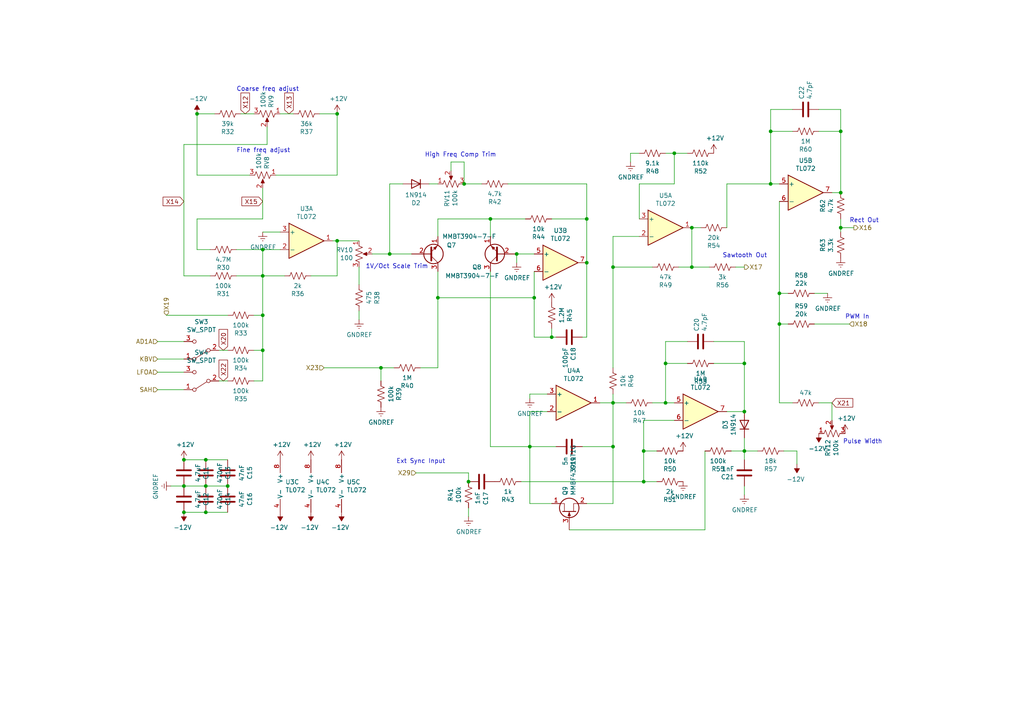
<source format=kicad_sch>
(kicad_sch (version 20230121) (generator eeschema)
  (paper "A4")
  (lib_symbols
    (symbol "Amplifier_Operational:TL072" (pin_names (offset 0.127))
      (property "Reference" "U" (at 0 5.08 0))
      (property "Value" "TL072" (at 0 -5.08 0))
      (symbol "TL072_1_1"
        (polyline (pts (xy -5.08 5.08) (xy 5.08 0) (xy -5.08 -5.08) (xy -5.08 5.08)) (stroke (width 0.254)) (fill (type background)))
        (pin output line (at 7.62 0 180) (length 2.54) (name "~") (number "1"))
        (pin input line (at -7.62 -2.54 0) (length 2.54) (name "-") (number "2"))
        (pin input line (at -7.62 2.54 0) (length 2.54) (name "+") (number "3"))
      )
      (symbol "TL072_2_1"
        (polyline (pts (xy -5.08 5.08) (xy 5.08 0) (xy -5.08 -5.08) (xy -5.08 5.08)) (stroke (width 0.254)) (fill (type background)))
        (pin input line (at -7.62 2.54 0) (length 2.54) (name "+") (number "5"))
        (pin input line (at -7.62 -2.54 0) (length 2.54) (name "-") (number "6"))
        (pin output line (at 7.62 0 180) (length 2.54) (name "~") (number "7"))
      )
      (symbol "TL072_3_1"
        (pin power_in line (at -2.54 -7.62 90) (length 3.81) (name "V-") (number "4"))
        (pin power_in line (at -2.54 7.62 270) (length 3.81) (name "V+") (number "8"))
      )
    )
    (symbol "Device:C" (pin_numbers hide) (pin_names (offset 0.254))
      (property "Reference" "C" (at 0.635 2.54 0))
      (property "Value" "C" (at 0.635 -2.54 0))
      (symbol "C_0_1"
        (polyline (pts (xy -2.032 -0.762) (xy 2.032 -0.762)) (stroke (width 0.508)))
        (polyline (pts (xy -2.032 0.762) (xy 2.032 0.762)) (stroke (width 0.508)))
      )
      (symbol "C_1_1"
        (pin passive line (at 0 3.81 270) (length 2.794) (name "~") (number "1"))
        (pin passive line (at 0 -3.81 90) (length 2.794) (name "~") (number "2"))
      )
    )
    (symbol "Device:Q_NJFET_DSG" (pin_names (offset 0) hide)
      (property "Reference" "Q" (at 5.08 1.27 0))
      (property "Value" "Q_NJFET_DSG" (at 5.08 -1.27 0))
      (symbol "Q_NJFET_DSG_0_1"
        (polyline (pts (xy 0.254 1.905) (xy 0.254 -1.905) (xy 0.254 -1.905)) (stroke (width 0.254)))
        (polyline (pts (xy 2.54 -2.54) (xy 2.54 -1.27) (xy 0.254 -1.27)))
        (polyline (pts (xy 2.54 2.54) (xy 2.54 1.397) (xy 0.254 1.397)))
        (polyline (pts (xy 0 0) (xy -1.016 0.381) (xy -1.016 -0.381) (xy 0 0)) (fill (type outline)))
        (circle (center 1.27 0) (radius 2.8194) (stroke (width 0.254)))
      )
      (symbol "Q_NJFET_DSG_1_1"
        (pin passive line (at 2.54 5.08 270) (length 2.54) (name "D") (number "1"))
        (pin passive line (at 2.54 -5.08 90) (length 2.54) (name "S") (number "2"))
        (pin input line (at -5.08 0 0) (length 5.334) (name "G") (number "3"))
      )
    )
    (symbol "Device:R_US" (pin_numbers hide) (pin_names (offset 0))
      (property "Reference" "R" (at 2.54 0 90))
      (property "Value" "R_US" (at -2.54 0 90))
      (symbol "R_US_0_1"
        (polyline (pts (xy 0 -2.286) (xy 0 -2.54)))
        (polyline (pts (xy 0 2.286) (xy 0 2.54)))
        (polyline (pts (xy 0 -0.762) (xy 1.016 -1.143) (xy 0 -1.524) (xy -1.016 -1.905) (xy 0 -2.286)))
        (polyline (pts (xy 0 0.762) (xy 1.016 0.381) (xy 0 0) (xy -1.016 -0.381) (xy 0 -0.762)))
        (polyline (pts (xy 0 2.286) (xy 1.016 1.905) (xy 0 1.524) (xy -1.016 1.143) (xy 0 0.762)))
      )
      (symbol "R_US_1_1"
        (pin passive line (at 0 3.81 270) (length 1.27) (name "~") (number "1"))
        (pin passive line (at 0 -3.81 90) (length 1.27) (name "~") (number "2"))
      )
    )
    (symbol "Diode:1N914" (pin_numbers hide) (pin_names hide)
      (property "Reference" "D" (at 0 2.54 0))
      (property "Value" "1N914" (at 0 -2.54 0))
      (symbol "1N914_0_1"
        (polyline (pts (xy -1.27 1.27) (xy -1.27 -1.27)) (stroke (width 0.254)))
        (polyline (pts (xy 1.27 0) (xy -1.27 0)))
        (polyline (pts (xy 1.27 1.27) (xy 1.27 -1.27) (xy -1.27 0) (xy 1.27 1.27)) (stroke (width 0.254)))
      )
      (symbol "1N914_1_1"
        (pin passive line (at -3.81 0 0) (length 2.54) (name "K") (number "1"))
        (pin passive line (at 3.81 0 180) (length 2.54) (name "A") (number "2"))
      )
    )
    (symbol "Switch:SW_SPDT" (pin_names (offset 0) hide)
      (property "Reference" "SW" (at 0 4.318 0))
      (property "Value" "SW_SPDT" (at 0 -5.08 0))
      (symbol "SW_SPDT_0_0"
        (circle (center -2.032 0) (radius 0.508))
        (circle (center 2.032 -2.54) (radius 0.508))
      )
      (symbol "SW_SPDT_0_1"
        (polyline (pts (xy -1.524 0.254) (xy 1.651 2.286)))
        (circle (center 2.032 2.54) (radius 0.508))
      )
      (symbol "SW_SPDT_1_1"
        (pin passive line (at 5.08 2.54 180) (length 2.54) (name "A") (number "1"))
        (pin passive line (at -5.08 0 0) (length 2.54) (name "B") (number "2"))
        (pin passive line (at 5.08 -2.54 180) (length 2.54) (name "C") (number "3"))
      )
    )
    (symbol "SynthProj-rescue:R_POT_US-Device" (pin_names (offset 1.016) hide)
      (property "Reference" "RV" (at -4.445 0 90))
      (property "Value" "Device_R_POT_US" (at -2.54 0 90))
      (symbol "R_POT_US-Device_0_1"
        (polyline (pts (xy 0 -2.286) (xy 0 -2.54)))
        (polyline (pts (xy 0 2.54) (xy 0 2.286)))
        (polyline (pts (xy 2.54 0) (xy 1.524 0)))
        (polyline (pts (xy 1.143 0) (xy 2.286 0.508) (xy 2.286 -0.508) (xy 1.143 0)) (fill (type outline)))
        (polyline (pts (xy 0 -0.762) (xy 1.016 -1.143) (xy 0 -1.524) (xy -1.016 -1.905) (xy 0 -2.286)))
        (polyline (pts (xy 0 0.762) (xy 1.016 0.381) (xy 0 0) (xy -1.016 -0.381) (xy 0 -0.762)))
        (polyline (pts (xy 0 2.286) (xy 1.016 1.905) (xy 0 1.524) (xy -1.016 1.143) (xy 0 0.762)))
      )
      (symbol "R_POT_US-Device_1_1"
        (pin passive line (at 0 3.81 270) (length 1.27) (name "1") (number "1"))
        (pin passive line (at 3.81 0 180) (length 1.27) (name "2") (number "2"))
        (pin passive line (at 0 -3.81 90) (length 1.27) (name "3") (number "3"))
      )
    )
    (symbol "Transistor_BJT:2N3904" (pin_names (offset 0) hide)
      (property "Reference" "Q" (at 5.08 1.905 0))
      (property "Value" "2N3904" (at 5.08 0 0))
      (symbol "2N3904_0_1"
        (polyline (pts (xy 0.635 0.635) (xy 2.54 2.54)))
        (polyline (pts (xy 0.635 -0.635) (xy 2.54 -2.54) (xy 2.54 -2.54)))
        (polyline (pts (xy 0.635 1.905) (xy 0.635 -1.905) (xy 0.635 -1.905)) (stroke (width 0.508)))
        (polyline (pts (xy 1.27 -1.778) (xy 1.778 -1.27) (xy 2.286 -2.286) (xy 1.27 -1.778) (xy 1.27 -1.778)) (fill (type outline)))
        (circle (center 1.27 0) (radius 2.8194) (stroke (width 0.254)))
      )
      (symbol "2N3904_1_1"
        (pin passive line (at 2.54 -5.08 90) (length 2.54) (name "E") (number "1"))
        (pin passive line (at -5.08 0 0) (length 5.715) (name "B") (number "2"))
        (pin passive line (at 2.54 5.08 270) (length 2.54) (name "C") (number "3"))
      )
    )
    (symbol "power:+12V" (power) (pin_names (offset 0))
      (property "Value" "+12V" (at 0 3.556 0))
      (symbol "+12V_0_1"
        (polyline (pts (xy -0.762 1.27) (xy 0 2.54)))
        (polyline (pts (xy 0 0) (xy 0 2.54)))
        (polyline (pts (xy 0 2.54) (xy 0.762 1.27)))
      )
      (symbol "+12V_1_1"
        (pin power_in line (at 0 0 90) (length 0) hide (name "+12V") (number "1"))
      )
    )
    (symbol "power:-12V" (power) (pin_names (offset 0))
      (property "Value" "-12V" (at 0 3.81 0))
      (symbol "-12V_0_0"
        (pin power_in line (at 0 0 90) (length 0) hide (name "-12V") (number "1"))
      )
      (symbol "-12V_0_1"
        (polyline (pts (xy 0 0) (xy 0 1.27) (xy 0.762 1.27) (xy 0 2.54) (xy -0.762 1.27) (xy 0 1.27)) (fill (type outline)))
      )
    )
    (symbol "power:GNDREF" (power) (pin_names (offset 0))
      (property "Value" "GNDREF" (at 0 -3.81 0))
      (symbol "GNDREF_0_1"
        (polyline (pts (xy -0.635 -1.905) (xy 0.635 -1.905)))
        (polyline (pts (xy -0.127 -2.54) (xy 0.127 -2.54)))
        (polyline (pts (xy 0 -1.27) (xy 0 0)))
        (polyline (pts (xy 1.27 -1.27) (xy -1.27 -1.27)))
      )
      (symbol "GNDREF_1_1"
        (pin power_in line (at 0 0 270) (length 0) hide (name "GNDREF") (number "1"))
      )
    )
  )
  (junction (at 243.84 66.04))
  (junction (at 160.02 97.79))
  (junction (at 53.34 133.35))
  (junction (at 170.18 63.5))
  (junction (at 53.34 148.59))
  (junction (at 57.15 33.02))
  (junction (at 215.9 105.41))
  (junction (at 97.79 33.02))
  (junction (at 243.84 38.1))
  (junction (at 243.84 55.88))
  (junction (at 170.18 76.2))
  (junction (at 193.04 116.84))
  (junction (at 97.79 69.85))
  (junction (at 134.62 53.34))
  (junction (at 215.9 130.81))
  (junction (at 186.69 139.7))
  (junction (at 154.94 86.36))
  (junction (at 195.58 44.45))
  (junction (at 110.49 106.68))
  (junction (at 76.2 72.39))
  (junction (at 223.52 53.34))
  (junction (at 215.9 119.38))
  (junction (at 186.69 130.81))
  (junction (at 149.86 73.66))
  (junction (at 135.89 139.7))
  (junction (at 59.69 140.97))
  (junction (at 153.67 129.54))
  (junction (at 193.04 105.41))
  (junction (at 177.8 129.54))
  (junction (at 76.2 101.6))
  (junction (at 200.66 77.47))
  (junction (at 76.2 80.01))
  (junction (at 226.06 93.98))
  (junction (at 226.06 85.09))
  (junction (at 177.8 116.84))
  (junction (at 142.24 63.5))
  (junction (at 66.04 140.97))
  (junction (at 127 86.36))
  (junction (at 200.66 66.04))
  (junction (at 223.52 38.1))
  (junction (at 177.8 77.47))
  (junction (at 59.69 133.35))
  (junction (at 53.34 140.97))
  (junction (at 59.69 148.59))
  (junction (at 76.2 91.44))
  (junction (at 113.03 73.66))
  (wire (pts (xy 237.49 38.1) (xy 243.84 38.1)))
  (wire (pts (xy 149.86 73.66) (xy 154.94 73.66)))
  (wire (pts (xy 219.71 130.81) (xy 215.9 130.81)))
  (wire (pts (xy 173.99 116.84) (xy 177.8 116.84)))
  (wire (pts (xy 142.24 63.5) (xy 142.24 68.58)))
  (wire (pts (xy 80.01 50.8) (xy 97.79 50.8)))
  (wire (pts (xy 59.69 148.59) (xy 66.04 148.59)))
  (wire (pts (xy 186.69 130.81) (xy 186.69 139.7)))
  (wire (pts (xy 193.04 116.84) (xy 189.23 116.84)))
  (wire (pts (xy 215.9 133.35) (xy 215.9 130.81)))
  (wire (pts (xy 186.69 139.7) (xy 151.13 139.7)))
  (wire (pts (xy 210.82 119.38) (xy 215.9 119.38)))
  (wire (pts (xy 110.49 106.68) (xy 114.3 106.68)))
  (wire (pts (xy 76.2 67.31) (xy 81.28 67.31)))
  (wire (pts (xy 113.03 73.66) (xy 119.38 73.66)))
  (wire (pts (xy 229.87 38.1) (xy 223.52 38.1)))
  (wire (pts (xy 237.49 31.75) (xy 243.84 31.75)))
  (wire (pts (xy 53.34 113.03) (xy 45.72 113.03)))
  (wire (pts (xy 185.42 53.34) (xy 185.42 63.5)))
  (wire (pts (xy 76.2 72.39) (xy 81.28 72.39)))
  (wire (pts (xy 195.58 121.92) (xy 186.69 121.92)))
  (wire (pts (xy 53.34 104.14) (xy 45.72 104.14)))
  (wire (pts (xy 241.3 116.84) (xy 237.49 116.84)))
  (wire (pts (xy 73.66 101.6) (xy 76.2 101.6)))
  (wire (pts (xy 130.81 49.53) (xy 130.81 46.99)))
  (wire (pts (xy 97.79 50.8) (xy 97.79 33.02)))
  (wire (pts (xy 97.79 69.85) (xy 104.14 69.85)))
  (wire (pts (xy 97.79 69.85) (xy 97.79 80.01)))
  (wire (pts (xy 142.24 63.5) (xy 152.4 63.5)))
  (wire (pts (xy 93.98 106.68) (xy 110.49 106.68)))
  (wire (pts (xy 177.8 106.68) (xy 177.8 77.47)))
  (wire (pts (xy 231.14 130.81) (xy 231.14 134.62)))
  (wire (pts (xy 76.2 63.5) (xy 76.2 54.61)))
  (wire (pts (xy 158.75 119.38) (xy 153.67 119.38)))
  (wire (pts (xy 92.71 33.02) (xy 97.79 33.02)))
  (wire (pts (xy 177.8 116.84) (xy 181.61 116.84)))
  (wire (pts (xy 182.88 46.99) (xy 182.88 44.45)))
  (wire (pts (xy 215.9 99.06) (xy 215.9 105.41)))
  (wire (pts (xy 149.86 76.2) (xy 149.86 73.66)))
  (wire (pts (xy 153.67 115.57) (xy 153.67 114.3)))
  (wire (pts (xy 207.01 99.06) (xy 215.9 99.06)))
  (wire (pts (xy 72.39 50.8) (xy 57.15 50.8)))
  (wire (pts (xy 153.67 129.54) (xy 161.29 129.54)))
  (wire (pts (xy 165.1 153.67) (xy 204.47 153.67)))
  (wire (pts (xy 53.34 80.01) (xy 60.96 80.01)))
  (wire (pts (xy 186.69 121.92) (xy 186.69 130.81)))
  (wire (pts (xy 73.66 91.44) (xy 76.2 91.44)))
  (wire (pts (xy 124.46 53.34) (xy 127 53.34)))
  (wire (pts (xy 170.18 63.5) (xy 170.18 76.2)))
  (wire (pts (xy 53.34 140.97) (xy 59.69 140.97)))
  (wire (pts (xy 223.52 53.34) (xy 226.06 53.34)))
  (wire (pts (xy 81.28 33.02) (xy 85.09 33.02)))
  (wire (pts (xy 147.32 53.34) (xy 170.18 53.34)))
  (wire (pts (xy 57.15 72.39) (xy 57.15 63.5)))
  (wire (pts (xy 73.66 110.49) (xy 76.2 110.49)))
  (wire (pts (xy 153.67 146.05) (xy 153.67 129.54)))
  (wire (pts (xy 193.04 44.45) (xy 195.58 44.45)))
  (wire (pts (xy 228.6 85.09) (xy 226.06 85.09)))
  (wire (pts (xy 154.94 97.79) (xy 160.02 97.79)))
  (wire (pts (xy 160.02 63.5) (xy 170.18 63.5)))
  (wire (pts (xy 68.58 80.01) (xy 76.2 80.01)))
  (wire (pts (xy 195.58 116.84) (xy 193.04 116.84)))
  (wire (pts (xy 195.58 44.45) (xy 199.39 44.45)))
  (wire (pts (xy 215.9 143.51) (xy 215.9 140.97)))
  (wire (pts (xy 110.49 110.49) (xy 110.49 106.68)))
  (wire (pts (xy 189.23 77.47) (xy 177.8 77.47)))
  (wire (pts (xy 240.03 85.09) (xy 236.22 85.09)))
  (wire (pts (xy 69.85 33.02) (xy 73.66 33.02)))
  (wire (pts (xy 193.04 99.06) (xy 193.04 105.41)))
  (wire (pts (xy 142.24 78.74) (xy 142.24 129.54)))
  (wire (pts (xy 243.84 67.31) (xy 243.84 66.04)))
  (wire (pts (xy 168.91 129.54) (xy 177.8 129.54)))
  (wire (pts (xy 97.79 80.01) (xy 90.17 80.01)))
  (wire (pts (xy 195.58 44.45) (xy 195.58 53.34)))
  (wire (pts (xy 243.84 38.1) (xy 243.84 55.88)))
  (wire (pts (xy 226.06 93.98) (xy 228.6 93.98)))
  (wire (pts (xy 226.06 116.84) (xy 229.87 116.84)))
  (wire (pts (xy 241.3 121.92) (xy 241.3 116.84)))
  (wire (pts (xy 82.55 80.01) (xy 76.2 80.01)))
  (wire (pts (xy 76.2 80.01) (xy 76.2 72.39)))
  (wire (pts (xy 170.18 53.34) (xy 170.18 63.5)))
  (wire (pts (xy 200.66 77.47) (xy 196.85 77.47)))
  (wire (pts (xy 53.34 148.59) (xy 59.69 148.59)))
  (wire (pts (xy 59.69 140.97) (xy 66.04 140.97)))
  (wire (pts (xy 226.06 85.09) (xy 226.06 93.98)))
  (wire (pts (xy 53.34 41.91) (xy 53.34 80.01)))
  (wire (pts (xy 231.14 130.81) (xy 227.33 130.81)))
  (wire (pts (xy 134.62 46.99) (xy 134.62 53.34)))
  (wire (pts (xy 210.82 53.34) (xy 223.52 53.34)))
  (wire (pts (xy 127 106.68) (xy 121.92 106.68)))
  (wire (pts (xy 63.5 110.49) (xy 66.04 110.49)))
  (wire (pts (xy 53.34 133.35) (xy 59.69 133.35)))
  (wire (pts (xy 200.66 66.04) (xy 203.2 66.04)))
  (wire (pts (xy 127 86.36) (xy 154.94 86.36)))
  (wire (pts (xy 53.34 99.06) (xy 45.72 99.06)))
  (wire (pts (xy 200.66 77.47) (xy 205.74 77.47)))
  (wire (pts (xy 57.15 50.8) (xy 57.15 33.02)))
  (wire (pts (xy 135.89 149.86) (xy 135.89 147.32)))
  (wire (pts (xy 154.94 86.36) (xy 154.94 78.74)))
  (wire (pts (xy 170.18 146.05) (xy 177.8 146.05)))
  (wire (pts (xy 186.69 130.81) (xy 190.5 130.81)))
  (wire (pts (xy 59.69 133.35) (xy 66.04 133.35)))
  (wire (pts (xy 76.2 101.6) (xy 76.2 110.49)))
  (wire (pts (xy 113.03 53.34) (xy 113.03 73.66)))
  (wire (pts (xy 177.8 116.84) (xy 177.8 114.3)))
  (wire (pts (xy 170.18 76.2) (xy 170.18 97.79)))
  (wire (pts (xy 160.02 97.79) (xy 161.29 97.79)))
  (wire (pts (xy 223.52 38.1) (xy 223.52 31.75)))
  (wire (pts (xy 190.5 139.7) (xy 186.69 139.7)))
  (wire (pts (xy 127 86.36) (xy 127 106.68)))
  (wire (pts (xy 154.94 86.36) (xy 154.94 97.79)))
  (wire (pts (xy 127 78.74) (xy 127 86.36)))
  (wire (pts (xy 213.36 77.47) (xy 215.9 77.47)))
  (wire (pts (xy 195.58 53.34) (xy 185.42 53.34)))
  (wire (pts (xy 48.26 91.44) (xy 66.04 91.44)))
  (wire (pts (xy 236.22 93.98) (xy 246.38 93.98)))
  (wire (pts (xy 76.2 80.01) (xy 76.2 91.44)))
  (wire (pts (xy 226.06 93.98) (xy 226.06 116.84)))
  (wire (pts (xy 134.62 53.34) (xy 139.7 53.34)))
  (wire (pts (xy 200.66 66.04) (xy 200.66 77.47)))
  (wire (pts (xy 107.95 73.66) (xy 113.03 73.66)))
  (wire (pts (xy 243.84 66.04) (xy 243.84 63.5)))
  (wire (pts (xy 76.2 91.44) (xy 76.2 101.6)))
  (wire (pts (xy 182.88 44.45) (xy 185.42 44.45)))
  (wire (pts (xy 226.06 58.42) (xy 226.06 85.09)))
  (wire (pts (xy 204.47 153.67) (xy 204.47 130.81)))
  (wire (pts (xy 127 63.5) (xy 142.24 63.5)))
  (wire (pts (xy 153.67 114.3) (xy 158.75 114.3)))
  (wire (pts (xy 243.84 66.04) (xy 247.65 66.04)))
  (wire (pts (xy 199.39 105.41) (xy 193.04 105.41)))
  (wire (pts (xy 135.89 139.7) (xy 135.89 137.16)))
  (wire (pts (xy 53.34 107.95) (xy 45.72 107.95)))
  (wire (pts (xy 193.04 105.41) (xy 193.04 116.84)))
  (wire (pts (xy 77.47 41.91) (xy 53.34 41.91)))
  (wire (pts (xy 177.8 68.58) (xy 185.42 68.58)))
  (wire (pts (xy 177.8 77.47) (xy 177.8 68.58)))
  (wire (pts (xy 177.8 129.54) (xy 177.8 146.05)))
  (wire (pts (xy 212.09 130.81) (xy 215.9 130.81)))
  (wire (pts (xy 60.96 72.39) (xy 57.15 72.39)))
  (wire (pts (xy 210.82 66.04) (xy 210.82 53.34)))
  (wire (pts (xy 223.52 31.75) (xy 229.87 31.75)))
  (wire (pts (xy 177.8 116.84) (xy 177.8 129.54)))
  (wire (pts (xy 170.18 97.79) (xy 168.91 97.79)))
  (wire (pts (xy 215.9 130.81) (xy 215.9 127)))
  (wire (pts (xy 127 68.58) (xy 127 63.5)))
  (wire (pts (xy 57.15 33.02) (xy 62.23 33.02)))
  (wire (pts (xy 104.14 92.71) (xy 104.14 90.17)))
  (wire (pts (xy 49.53 140.97) (xy 53.34 140.97)))
  (wire (pts (xy 153.67 119.38) (xy 153.67 129.54)))
  (wire (pts (xy 96.52 69.85) (xy 97.79 69.85)))
  (wire (pts (xy 199.39 99.06) (xy 193.04 99.06)))
  (wire (pts (xy 142.24 129.54) (xy 153.67 129.54)))
  (wire (pts (xy 76.2 72.39) (xy 68.58 72.39)))
  (wire (pts (xy 223.52 38.1) (xy 223.52 53.34)))
  (wire (pts (xy 160.02 146.05) (xy 153.67 146.05)))
  (wire (pts (xy 104.14 82.55) (xy 104.14 77.47)))
  (wire (pts (xy 215.9 119.38) (xy 215.9 105.41)))
  (wire (pts (xy 130.81 46.99) (xy 134.62 46.99)))
  (wire (pts (xy 57.15 63.5) (xy 76.2 63.5)))
  (wire (pts (xy 160.02 95.25) (xy 160.02 97.79)))
  (wire (pts (xy 215.9 105.41) (xy 207.01 105.41)))
  (wire (pts (xy 77.47 36.83) (xy 77.47 41.91)))
  (wire (pts (xy 63.5 101.6) (xy 66.04 101.6)))
  (wire (pts (xy 243.84 55.88) (xy 241.3 55.88)))
  (wire (pts (xy 243.84 31.75) (xy 243.84 38.1)))
  (wire (pts (xy 120.65 137.16) (xy 135.89 137.16)))
  (wire (pts (xy 116.84 53.34) (xy 113.03 53.34)))
  (text "Pulse Width" (at 244.475 128.905 0) (effects (font (size 1.27 1.27)) (justify left bottom)))
  (text "Coarse freq adjust" (at 68.58 26.67 0) (effects (font (size 1.27 1.27)) (justify left bottom)))
  (text "High Freq Comp Trim" (at 123.19 45.72 0) (effects (font (size 1.27 1.27)) (justify left bottom)))
  (text "Fine freq adjust" (at 68.58 44.45 0) (effects (font (size 1.27 1.27)) (justify left bottom)))
  (text "Rect Out" (at 246.38 64.77 0) (effects (font (size 1.27 1.27)) (justify left bottom)))
  (text "1V/Oct Scale Trim" (at 106.045 78.105 0) (effects (font (size 1.27 1.27)) (justify left bottom)))
  (text "Ext Sync Input" (at 114.935 134.62 0) (effects (font (size 1.27 1.27)) (justify left bottom)))
  (text "PWM In" (at 245.11 92.71 0) (effects (font (size 1.27 1.27)) (justify left bottom)))
  (text "Sawtooth Out" (at 209.55 74.93 0) (effects (font (size 1.27 1.27)) (justify left bottom)))
  (global_label "X12" (shape input) (at 71.12 33.02 90) (property "Intersheetrefs" "${INTERSHEET_REFS}" (effects hide)))
  (global_label "X15" (shape input) (at 76.2 58.42 180) (property "Intersheetrefs" "${INTERSHEET_REFS}" (effects hide)))
  (global_label "X14" (shape input) (at 53.34 58.42 180) (property "Intersheetrefs" "${INTERSHEET_REFS}" (effects hide)))
  (global_label "X21" (shape input) (at 241.3 116.84 0) (property "Intersheetrefs" "${INTERSHEET_REFS}" (effects hide)))
  (global_label "X20" (shape input) (at 64.77 101.6 90) (property "Intersheetrefs" "${INTERSHEET_REFS}" (effects hide)))
  (global_label "X22" (shape input) (at 64.77 110.49 90) (property "Intersheetrefs" "${INTERSHEET_REFS}" (effects hide)))
  (global_label "X13" (shape input) (at 83.82 33.02 90) (property "Intersheetrefs" "${INTERSHEET_REFS}" (effects hide)))
  (hierarchical_label "X17" (shape output) (at 215.9 77.47 0))
  (hierarchical_label "X19" (shape input) (at 48.26 91.44 90))
  (hierarchical_label "X23" (shape input) (at 93.98 106.68 180))
  (hierarchical_label "X18" (shape input) (at 246.38 93.98 0))
  (hierarchical_label "LFOA" (shape input) (at 45.72 107.95 180))
  (hierarchical_label "SAH" (shape input) (at 45.72 113.03 180))
  (hierarchical_label "KBV" (shape input) (at 45.72 104.14 180))
  (hierarchical_label "X16" (shape output) (at 247.65 66.04 0))
  (hierarchical_label "AD1A" (shape input) (at 45.72 99.06 180))
  (hierarchical_label "X29" (shape input) (at 120.65 137.16 180))
  (symbol (lib_id "power:+12V") (at 53.34 133.35 0) (unit 1)
    (property "Reference" "#PWR069" (effects hide))
    (property "Value" "+12V" (at 53.721 128.9558 0))
    (instances (project "SynthProj" (path "" (reference "#PWR069") (unit 1)) (path "" (reference "#PWR?") (unit 1))))
  )
  (symbol (lib_id "power:-12V") (at 53.34 148.59 180) (unit 1)
    (property "Reference" "#PWR070" (effects hide))
    (property "Value" "-12V" (at 52.959 152.9842 0))
    (instances (project "SynthProj" (path "" (reference "#PWR070") (unit 1)) (path "" (reference "#PWR?") (unit 1))))
  )
  (symbol (lib_id "power:GNDREF") (at 49.53 140.97 270) (unit 1)
    (property "Reference" "#PWR068" (effects hide))
    (property "Value" "GNDREF" (at 45.1358 141.097 0))
    (instances (project "SynthProj" (path "" (reference "#PWR068") (unit 1)) (path "" (reference "#PWR?") (unit 1))))
  )
  (symbol (lib_id "Device:C") (at 53.34 137.16 180) (unit 1)
    (property "Reference" "C11" (at 59.7408 137.16 90))
    (property "Value" "4.7uF" (at 57.4294 137.16 90))
    (property "Footprint" "Capacitor_SMD:C_0805_2012Metric" (effects hide))
    (instances (project "SynthProj" (path "" (reference "C11") (unit 1)) (path "" (reference "C?") (unit 1))))
  )
  (symbol (lib_id "Device:C") (at 59.69 137.16 180) (unit 1)
    (property "Reference" "C13" (at 66.0908 137.16 90))
    (property "Value" "470nF" (at 63.7794 137.16 90))
    (property "Footprint" "Capacitor_SMD:C_0805_2012Metric" (effects hide))
    (instances (project "SynthProj" (path "" (reference "C13") (unit 1)) (path "" (reference "C?") (unit 1))))
  )
  (symbol (lib_id "Device:C") (at 66.04 137.16 180) (unit 1)
    (property "Reference" "C15" (at 72.4408 137.16 90))
    (property "Value" "47nF" (at 70.1294 137.16 90))
    (property "Footprint" "Capacitor_SMD:C_0603_1608Metric" (effects hide))
    (instances (project "SynthProj" (path "" (reference "C15") (unit 1)) (path "" (reference "C?") (unit 1))))
  )
  (symbol (lib_id "Device:C") (at 53.34 144.78 180) (unit 1)
    (property "Reference" "C12" (at 59.7408 144.78 90))
    (property "Value" "4.7uF" (at 57.4294 144.78 90))
    (property "Footprint" "Capacitor_SMD:C_0805_2012Metric" (effects hide))
    (instances (project "SynthProj" (path "" (reference "C12") (unit 1)) (path "" (reference "C?") (unit 1))))
  )
  (symbol (lib_id "Device:C") (at 59.69 144.78 180) (unit 1)
    (property "Reference" "C14" (at 66.0908 144.78 90))
    (property "Value" "470nF" (at 63.7794 144.78 90))
    (property "Footprint" "Capacitor_SMD:C_0805_2012Metric" (effects hide))
    (instances (project "SynthProj" (path "" (reference "C14") (unit 1)) (path "" (reference "C?") (unit 1))))
  )
  (symbol (lib_id "Device:C") (at 66.04 144.78 180) (unit 1)
    (property "Reference" "C16" (at 72.4408 144.78 90))
    (property "Value" "47nF" (at 70.1294 144.78 90))
    (property "Footprint" "Capacitor_SMD:C_0603_1608Metric" (effects hide))
    (instances (project "SynthProj" (path "" (reference "C16") (unit 1)) (path "" (reference "C?") (unit 1))))
  )
  (symbol (lib_id "Amplifier_Operational:TL072") (at 88.9 69.85 0) (unit 1)
    (property "Reference" "U3" (at 88.9 60.5282 0))
    (property "Value" "TL072" (at 88.9 62.8396 0))
    (property "Footprint" "Package_SO:SO-8_3.9x4.9mm_P1.27mm" (effects hide))
    (property "Datasheet" "http://www.ti.com/lit/ds/symlink/tl071.pdf" (effects hide))
  )
  (symbol (lib_id "Amplifier_Operational:TL072") (at 203.2 119.38 0) (unit 2)
    (property "Reference" "U4" (at 203.2 110.0582 0))
    (property "Value" "TL072" (at 203.2 112.3696 0))
    (property "Footprint" "Package_SO:SO-8_3.9x4.9mm_P1.27mm" (effects hide))
    (property "Datasheet" "http://www.ti.com/lit/ds/symlink/tl071.pdf" (effects hide))
  )
  (symbol (lib_id "Amplifier_Operational:TL072") (at 83.82 140.97 0) (unit 3)
    (property "Reference" "U3" (at 82.7532 139.8016 0) (effects (justify left)))
    (property "Value" "TL072" (at 82.7532 142.113 0) (effects (justify left)))
    (property "Footprint" "Package_SO:SO-8_3.9x4.9mm_P1.27mm" (effects hide))
    (property "Datasheet" "http://www.ti.com/lit/ds/symlink/tl071.pdf" (effects hide))
  )
  (symbol (lib_id "Transistor_BJT:2N3904") (at 124.46 73.66 0) (mirror x) (unit 1)
    (property "Reference" "Q7" (at 129.54 71.12 0) (effects (justify left)))
    (property "Value" "MMBT3904-7-F" (at 128.27 68.58 0) (effects (justify left)))
    (property "Footprint" "Package_TO_SOT_SMD:SOT-23-3" (effects hide))
    (property "Datasheet" "https://www.onsemi.com/pub/Collateral/2N3903-D.PDF" (effects hide))
    (instances (project "SynthProj" (path "" (reference "Q7") (unit 1)) (path "" (reference "Q?") (unit 1))))
  )
  (symbol (lib_id "Transistor_BJT:2N3904") (at 144.78 73.66 180) (unit 1)
    (property "Reference" "Q8" (at 139.7 77.47 0) (effects (justify left)))
    (property "Value" "MMBT3904-7-F" (at 144.78 80.01 0) (effects (justify left)))
    (property "Footprint" "Package_TO_SOT_SMD:SOT-23-3" (effects hide))
    (property "Datasheet" "https://www.onsemi.com/pub/Collateral/2N3903-D.PDF" (effects hide))
    (instances (project "SynthProj" (path "" (reference "Q8") (unit 1)) (path "" (reference "Q?") (unit 1))))
  )
  (symbol (lib_id "SynthProj-rescue:R_POT_US-Device") (at 104.14 73.66 0) (unit 1)
    (property "Reference" "RV10" (at 102.4382 72.4916 0) (effects (justify right)))
    (property "Value" "100" (at 102.4382 74.803 0) (effects (justify right)))
    (property "Footprint" "Potentiometer_SMD:Potentiometer_Bourns_TC33X_Vertical" (effects hide))
    (instances (project "SynthProj" (path "" (reference "RV10") (unit 1)) (path "" (reference "RV?") (unit 1)) (path "" (reference "RV?") (unit 1))))
  )
  (symbol (lib_id "Device:R_US") (at 104.14 86.36 180) (unit 1)
    (property "Reference" "R38" (at 109.347 86.36 90))
    (property "Value" "475" (at 107.0356 86.36 90))
    (property "Footprint" "Resistor_SMD:R_0603_1608Metric" (effects hide))
    (instances (project "SynthProj" (path "" (reference "R38") (unit 1)) (path "" (reference "R?") (unit 1))))
  )
  (symbol (lib_id "power:GNDREF") (at 104.14 92.71 0) (unit 1)
    (property "Reference" "#PWR080" (effects hide))
    (property "Value" "GNDREF" (at 104.267 97.1042 0))
    (instances (project "SynthProj" (path "" (reference "#PWR080") (unit 1)) (path "" (reference "#PWR?") (unit 1))))
  )
  (symbol (lib_id "Device:R_US") (at 86.36 80.01 90) (unit 1)
    (property "Reference" "R36" (at 86.36 85.217 90))
    (property "Value" "2k" (at 86.36 82.9056 90))
    (property "Footprint" "Resistor_SMD:R_0603_1608Metric" (effects hide))
    (instances (project "SynthProj" (path "" (reference "R36") (unit 1)) (path "" (reference "R?") (unit 1))))
  )
  (symbol (lib_id "Diode:1N914") (at 120.65 53.34 180) (unit 1)
    (property "Reference" "D2" (at 120.65 58.8518 0))
    (property "Value" "1N914" (at 120.65 56.5404 0))
    (property "Footprint" "Diode_SMD:D_SOD-323F" (effects hide))
    (property "Datasheet" "http://www.vishay.com/docs/85622/1n914.pdf" (effects hide))
    (instances (project "SynthProj" (path "" (reference "D2") (unit 1)) (path "" (reference "D?") (unit 1))))
  )
  (symbol (lib_id "SynthProj-rescue:R_POT_US-Device") (at 130.81 53.34 90) (unit 1)
    (property "Reference" "RV11" (at 129.6416 55.0418 0) (effects (justify right)))
    (property "Value" "100k" (at 131.953 55.0418 0) (effects (justify right)))
    (property "Footprint" "Potentiometer_SMD:Potentiometer_Bourns_TC33X_Vertical" (effects hide))
    (instances (project "SynthProj" (path "" (reference "RV11") (unit 1)) (path "" (reference "RV?") (unit 1)) (path "" (reference "RV?") (unit 1))))
  )
  (symbol (lib_id "Device:R_US") (at 143.51 53.34 90) (unit 1)
    (property "Reference" "R42" (at 143.51 58.547 90))
    (property "Value" "4.7k" (at 143.51 56.2356 90))
    (property "Footprint" "Resistor_SMD:R_0603_1608Metric" (effects hide))
    (instances (project "SynthProj" (path "" (reference "R42") (unit 1)) (path "" (reference "R?") (unit 1))))
  )
  (symbol (lib_id "Amplifier_Operational:TL072") (at 162.56 76.2 0) (unit 2)
    (property "Reference" "U3" (at 162.56 66.8782 0))
    (property "Value" "TL072" (at 162.56 69.1896 0))
    (property "Footprint" "Package_SO:SO-8_3.9x4.9mm_P1.27mm" (effects hide))
    (property "Datasheet" "http://www.ti.com/lit/ds/symlink/tl071.pdf" (effects hide))
  )
  (symbol (lib_id "power:GNDREF") (at 149.86 76.2 0) (unit 1)
    (property "Reference" "#PWR083" (effects hide))
    (property "Value" "GNDREF" (at 149.987 80.5942 0))
    (instances (project "SynthProj" (path "" (reference "#PWR083") (unit 1)) (path "" (reference "#PWR?") (unit 1))))
  )
  (symbol (lib_id "Device:R_US") (at 156.21 63.5 90) (unit 1)
    (property "Reference" "R44" (at 156.21 68.707 90))
    (property "Value" "10k" (at 156.21 66.3956 90))
    (property "Footprint" "Resistor_SMD:R_0603_1608Metric" (effects hide))
    (instances (project "SynthProj" (path "" (reference "R44") (unit 1)) (path "" (reference "R?") (unit 1))))
  )
  (symbol (lib_id "power:GNDREF") (at 76.2 67.31 0) (unit 1)
    (property "Reference" "#PWR072" (effects hide))
    (property "Value" "GNDREF" (at 76.327 71.7042 0))
    (instances (project "SynthProj" (path "" (reference "#PWR072") (unit 1)) (path "" (reference "#PWR?") (unit 1))))
  )
  (symbol (lib_id "Device:R_US") (at 64.77 72.39 90) (unit 1)
    (property "Reference" "R30" (at 64.77 77.597 90))
    (property "Value" "4.7M" (at 64.77 75.2856 90))
    (property "Footprint" "Resistor_SMD:R_0603_1608Metric" (effects hide))
    (instances (project "SynthProj" (path "" (reference "R30") (unit 1)) (path "" (reference "R?") (unit 1))))
  )
  (symbol (lib_id "SynthProj-rescue:R_POT_US-Device") (at 76.2 50.8 270) (unit 1)
    (property "Reference" "RV8" (at 77.3684 49.0982 0) (effects (justify right)))
    (property "Value" "100k" (at 75.057 49.0982 0) (effects (justify right)))
    (property "Footprint" "Potentiometer_THT:Potentiometer_Alps_RK09K_Single_Vertical" (effects hide))
    (instances (project "SynthProj" (path "" (reference "RV8") (unit 1)) (path "" (reference "RV?") (unit 1)) (path "" (reference "RV?") (unit 1))))
  )
  (symbol (lib_id "Device:R_US") (at 66.04 33.02 90) (unit 1)
    (property "Reference" "R32" (at 66.04 38.227 90))
    (property "Value" "39k" (at 66.04 35.9156 90))
    (property "Footprint" "Resistor_SMD:R_0603_1608Metric" (effects hide))
    (instances (project "SynthProj" (path "" (reference "R32") (unit 1)) (path "" (reference "R?") (unit 1))))
  )
  (symbol (lib_id "Device:R_US") (at 88.9 33.02 90) (unit 1)
    (property "Reference" "R37" (at 88.9 38.227 90))
    (property "Value" "36k" (at 88.9 35.9156 90))
    (property "Footprint" "Resistor_SMD:R_0603_1608Metric" (effects hide))
    (instances (project "SynthProj" (path "" (reference "R37") (unit 1)) (path "" (reference "R?") (unit 1))))
  )
  (symbol (lib_id "SynthProj-rescue:R_POT_US-Device") (at 77.47 33.02 270) (unit 1)
    (property "Reference" "RV9" (at 78.6384 31.3182 0) (effects (justify right)))
    (property "Value" "100k" (at 76.327 31.3182 0) (effects (justify right)))
    (property "Footprint" "Potentiometer_THT:Potentiometer_Alps_RK09K_Single_Vertical" (effects hide))
    (instances (project "SynthProj" (path "" (reference "RV9") (unit 1)) (path "" (reference "RV?") (unit 1)) (path "" (reference "RV?") (unit 1))))
  )
  (symbol (lib_id "power:+12V") (at 81.28 133.35 0) (unit 1)
    (property "Reference" "#PWR073" (effects hide))
    (property "Value" "+12V" (at 81.661 128.9558 0))
    (instances (project "SynthProj" (path "" (reference "#PWR073") (unit 1)) (path "" (reference "#PWR?") (unit 1))))
  )
  (symbol (lib_id "power:-12V") (at 81.28 148.59 180) (unit 1)
    (property "Reference" "#PWR074" (effects hide))
    (property "Value" "-12V" (at 80.899 152.9842 0))
    (instances (project "SynthProj" (path "" (reference "#PWR074") (unit 1)) (path "" (reference "#PWR?") (unit 1))))
  )
  (symbol (lib_id "power:+12V") (at 97.79 33.02 0) (unit 1)
    (property "Reference" "#PWR077" (effects hide))
    (property "Value" "+12V" (at 98.171 28.6258 0))
    (instances (project "SynthProj" (path "" (reference "#PWR077") (unit 1)) (path "" (reference "#PWR?") (unit 1))))
  )
  (symbol (lib_id "power:-12V") (at 57.15 33.02 0) (unit 1)
    (property "Reference" "#PWR071" (effects hide))
    (property "Value" "-12V" (at 57.531 28.6258 0))
    (instances (project "SynthProj" (path "" (reference "#PWR071") (unit 1)) (path "" (reference "#PWR?") (unit 1))))
  )
  (symbol (lib_id "Device:R_US") (at 64.77 80.01 90) (unit 1)
    (property "Reference" "R31" (at 64.77 85.217 90))
    (property "Value" "100k" (at 64.77 82.9056 90))
    (property "Footprint" "Resistor_SMD:R_0603_1608Metric" (effects hide))
    (instances (project "SynthProj" (path "" (reference "R31") (unit 1)) (path "" (reference "R?") (unit 1))))
  )
  (symbol (lib_id "Device:C") (at 165.1 97.79 270) (unit 1)
    (property "Reference" "C18" (at 166.2684 100.711 0) (effects (justify left)))
    (property "Value" "100pF" (at 163.957 100.711 0) (effects (justify left)))
    (property "Footprint" "Capacitor_SMD:C_0603_1608Metric" (effects hide))
    (instances (project "SynthProj" (path "" (reference "C18") (unit 1)) (path "" (reference "C?") (unit 1))))
  )
  (symbol (lib_id "Device:R_US") (at 160.02 91.44 180) (unit 1)
    (property "Reference" "R45" (at 165.227 91.44 90))
    (property "Value" "1.2M" (at 162.9156 91.44 90))
    (property "Footprint" "Resistor_SMD:R_0603_1608Metric" (effects hide))
    (instances (project "SynthProj" (path "" (reference "R45") (unit 1)) (path "" (reference "R?") (unit 1))))
  )
  (symbol (lib_id "power:+12V") (at 160.02 87.63 0) (unit 1)
    (property "Reference" "#PWR085" (effects hide))
    (property "Value" "+12V" (at 160.401 83.2358 0))
    (instances (project "SynthProj" (path "" (reference "#PWR085") (unit 1)) (path "" (reference "#PWR?") (unit 1))))
  )
  (symbol (lib_id "Amplifier_Operational:TL072") (at 166.37 116.84 0) (unit 1)
    (property "Reference" "U4" (at 166.37 107.5182 0))
    (property "Value" "TL072" (at 166.37 109.8296 0))
    (property "Footprint" "Package_SO:SO-8_3.9x4.9mm_P1.27mm" (effects hide))
    (property "Datasheet" "http://www.ti.com/lit/ds/symlink/tl071.pdf" (effects hide))
  )
  (symbol (lib_id "Device:C") (at 165.1 129.54 270) (unit 1)
    (property "Reference" "C19" (at 166.2684 132.461 0) (effects (justify left)))
    (property "Value" "5n" (at 163.957 132.461 0) (effects (justify left)))
    (property "Footprint" "Capacitor_SMD:C_0603_1608Metric" (effects hide))
    (instances (project "SynthProj" (path "" (reference "C19") (unit 1)) (path "" (reference "C?") (unit 1))))
  )
  (symbol (lib_id "Device:R_US") (at 177.8 110.49 180) (unit 1)
    (property "Reference" "R46" (at 183.007 110.49 90))
    (property "Value" "10k" (at 180.6956 110.49 90))
    (property "Footprint" "Resistor_SMD:R_0603_1608Metric" (effects hide))
    (instances (project "SynthProj" (path "" (reference "R46") (unit 1)) (path "" (reference "R?") (unit 1))))
  )
  (symbol (lib_id "Device:R_US") (at 185.42 116.84 90) (unit 1)
    (property "Reference" "R47" (at 185.42 122.047 90))
    (property "Value" "10k" (at 185.42 119.7356 90))
    (property "Footprint" "Resistor_SMD:R_0603_1608Metric" (effects hide))
    (instances (project "SynthProj" (path "" (reference "R47") (unit 1)) (path "" (reference "R?") (unit 1))))
  )
  (symbol (lib_id "Device:R_US") (at 194.31 130.81 90) (unit 1)
    (property "Reference" "R50" (at 194.31 136.017 90))
    (property "Value" "10k" (at 194.31 133.7056 90))
    (property "Footprint" "Resistor_SMD:R_0603_1608Metric" (effects hide))
    (instances (project "SynthProj" (path "" (reference "R50") (unit 1)) (path "" (reference "R?") (unit 1))))
  )
  (symbol (lib_id "Device:R_US") (at 194.31 139.7 90) (unit 1)
    (property "Reference" "R51" (at 194.31 144.907 90))
    (property "Value" "2k" (at 194.31 142.5956 90))
    (property "Footprint" "Resistor_SMD:R_0603_1608Metric" (effects hide))
    (instances (project "SynthProj" (path "" (reference "R51") (unit 1)) (path "" (reference "R?") (unit 1))))
  )
  (symbol (lib_id "power:GNDREF") (at 198.12 139.7 0) (unit 1)
    (property "Reference" "#PWR088" (effects hide))
    (property "Value" "GNDREF" (at 198.247 144.0942 0))
    (instances (project "SynthProj" (path "" (reference "#PWR088") (unit 1)) (path "" (reference "#PWR?") (unit 1))))
  )
  (symbol (lib_id "power:+12V") (at 198.12 130.81 0) (unit 1)
    (property "Reference" "#PWR087" (effects hide))
    (property "Value" "+12V" (at 198.501 126.4158 0))
    (instances (project "SynthProj" (path "" (reference "#PWR087") (unit 1)) (path "" (reference "#PWR?") (unit 1))))
  )
  (symbol (lib_id "Device:R_US") (at 147.32 139.7 90) (unit 1)
    (property "Reference" "R43" (at 147.32 144.907 90))
    (property "Value" "1k" (at 147.32 142.5956 90))
    (property "Footprint" "Resistor_SMD:R_0603_1608Metric" (effects hide))
    (instances (project "SynthProj" (path "" (reference "R43") (unit 1)) (path "" (reference "R?") (unit 1))))
  )
  (symbol (lib_id "Device:C") (at 139.7 139.7 270) (unit 1)
    (property "Reference" "C17" (at 140.8684 142.621 0) (effects (justify left)))
    (property "Value" "1nF" (at 138.557 142.621 0) (effects (justify left)))
    (property "Footprint" "Capacitor_SMD:C_0603_1608Metric" (effects hide))
    (instances (project "SynthProj" (path "" (reference "C17") (unit 1)) (path "" (reference "C?") (unit 1))))
  )
  (symbol (lib_id "Device:R_US") (at 135.89 143.51 0) (unit 1)
    (property "Reference" "R41" (at 130.683 143.51 90))
    (property "Value" "100k" (at 132.9944 143.51 90))
    (property "Footprint" "Resistor_SMD:R_0603_1608Metric" (effects hide))
    (instances (project "SynthProj" (path "" (reference "R41") (unit 1)) (path "" (reference "R?") (unit 1))))
  )
  (symbol (lib_id "power:GNDREF") (at 135.89 149.86 0) (unit 1)
    (property "Reference" "#PWR082" (effects hide))
    (property "Value" "GNDREF" (at 136.017 154.2542 0))
    (instances (project "SynthProj" (path "" (reference "#PWR082") (unit 1)) (path "" (reference "#PWR?") (unit 1))))
  )
  (symbol (lib_id "power:GNDREF") (at 153.67 115.57 0) (unit 1)
    (property "Reference" "#PWR084" (effects hide))
    (property "Value" "GNDREF" (at 153.797 119.9642 0))
    (instances (project "SynthProj" (path "" (reference "#PWR084") (unit 1)) (path "" (reference "#PWR?") (unit 1))))
  )
  (symbol (lib_id "Device:R_US") (at 69.85 91.44 90) (unit 1)
    (property "Reference" "R33" (at 69.85 96.647 90))
    (property "Value" "100k" (at 69.85 94.3356 90))
    (property "Footprint" "Resistor_SMD:R_0603_1608Metric" (effects hide))
    (instances (project "SynthProj" (path "" (reference "R33") (unit 1)) (path "" (reference "R?") (unit 1))))
  )
  (symbol (lib_id "Device:R_US") (at 69.85 101.6 90) (unit 1)
    (property "Reference" "R34" (at 69.85 106.807 90))
    (property "Value" "100k" (at 69.85 104.4956 90))
    (property "Footprint" "Resistor_SMD:R_0603_1608Metric" (effects hide))
    (instances (project "SynthProj" (path "" (reference "R34") (unit 1)) (path "" (reference "R?") (unit 1))))
  )
  (symbol (lib_id "Switch:SW_SPDT") (at 58.42 101.6 180) (unit 1)
    (property "Reference" "SW3" (at 58.42 93.345 0))
    (property "Value" "SW_SPDT" (at 58.42 95.6564 0))
    (property "Footprint" "SynthProjConnectors:SMTS-102" (effects hide))
  )
  (symbol (lib_id "Switch:SW_SPDT") (at 58.42 110.49 180) (unit 1)
    (property "Reference" "SW4" (at 58.42 102.235 0))
    (property "Value" "SW_SPDT" (at 58.42 104.5464 0))
    (property "Footprint" "SynthProjConnectors:SMTS-102" (effects hide))
  )
  (symbol (lib_id "Device:R_US") (at 69.85 110.49 90) (unit 1)
    (property "Reference" "R35" (at 69.85 115.697 90))
    (property "Value" "100k" (at 69.85 113.3856 90))
    (property "Footprint" "Resistor_SMD:R_0603_1608Metric" (effects hide))
    (instances (project "SynthProj" (path "" (reference "R35") (unit 1)) (path "" (reference "R?") (unit 1))))
  )
  (symbol (lib_id "Device:R_US") (at 118.11 106.68 90) (unit 1)
    (property "Reference" "R40" (at 118.11 111.887 90))
    (property "Value" "1M" (at 118.11 109.5756 90))
    (property "Footprint" "Resistor_SMD:R_0603_1608Metric" (effects hide))
    (instances (project "SynthProj" (path "" (reference "R40") (unit 1)) (path "" (reference "R?") (unit 1))))
  )
  (symbol (lib_id "Device:R_US") (at 110.49 114.3 180) (unit 1)
    (property "Reference" "R39" (at 115.697 114.3 90))
    (property "Value" "100k" (at 113.3856 114.3 90))
    (property "Footprint" "Resistor_SMD:R_0603_1608Metric" (effects hide))
    (instances (project "SynthProj" (path "" (reference "R39") (unit 1)) (path "" (reference "R?") (unit 1))))
  )
  (symbol (lib_id "power:GNDREF") (at 110.49 118.11 0) (unit 1)
    (property "Reference" "#PWR081" (effects hide))
    (property "Value" "GNDREF" (at 110.617 122.5042 0))
    (instances (project "SynthProj" (path "" (reference "#PWR081") (unit 1)) (path "" (reference "#PWR?") (unit 1))))
  )
  (symbol (lib_id "Diode:1N914") (at 215.9 123.19 90) (unit 1)
    (property "Reference" "D3" (at 210.3882 123.19 0))
    (property "Value" "1N914" (at 212.6996 123.19 0))
    (property "Footprint" "Diode_SMD:D_SOD-323F" (effects hide))
    (property "Datasheet" "http://www.vishay.com/docs/85622/1n914.pdf" (effects hide))
    (instances (project "SynthProj" (path "" (reference "D3") (unit 1)) (path "" (reference "D?") (unit 1))))
  )
  (symbol (lib_id "Device:C") (at 215.9 137.16 180) (unit 1)
    (property "Reference" "C21" (at 212.979 138.3284 0) (effects (justify left)))
    (property "Value" "1nF" (at 212.979 136.017 0) (effects (justify left)))
    (property "Footprint" "Capacitor_SMD:C_0603_1608Metric" (effects hide))
    (instances (project "SynthProj" (path "" (reference "C21") (unit 1)) (path "" (reference "C?") (unit 1))))
  )
  (symbol (lib_id "power:GNDREF") (at 215.9 143.51 0) (unit 1)
    (property "Reference" "#PWR090" (effects hide))
    (property "Value" "GNDREF" (at 216.027 147.9042 0))
    (instances (project "SynthProj" (path "" (reference "#PWR090") (unit 1)) (path "" (reference "#PWR?") (unit 1))))
  )
  (symbol (lib_id "Device:R_US") (at 208.28 130.81 90) (unit 1)
    (property "Reference" "R55" (at 208.28 136.017 90))
    (property "Value" "100k" (at 208.28 133.7056 90))
    (property "Footprint" "Resistor_SMD:R_0603_1608Metric" (effects hide))
    (instances (project "SynthProj" (path "" (reference "R55") (unit 1)) (path "" (reference "R?") (unit 1))))
  )
  (symbol (lib_id "Device:R_US") (at 223.52 130.81 90) (unit 1)
    (property "Reference" "R57" (at 223.52 136.017 90))
    (property "Value" "18k" (at 223.52 133.7056 90))
    (property "Footprint" "Resistor_SMD:R_0603_1608Metric" (effects hide))
    (instances (project "SynthProj" (path "" (reference "R57") (unit 1)) (path "" (reference "R?") (unit 1))))
  )
  (symbol (lib_id "power:-12V") (at 231.14 134.62 180) (unit 1)
    (property "Reference" "#PWR091" (effects hide))
    (property "Value" "-12V" (at 230.759 139.0142 0))
    (instances (project "SynthProj" (path "" (reference "#PWR091") (unit 1)) (path "" (reference "#PWR?") (unit 1))))
  )
  (symbol (lib_id "Amplifier_Operational:TL072") (at 92.71 140.97 0) (unit 3)
    (property "Reference" "U4" (at 91.6432 139.8016 0) (effects (justify left)))
    (property "Value" "TL072" (at 91.6432 142.113 0) (effects (justify left)))
    (property "Footprint" "Package_SO:SO-8_3.9x4.9mm_P1.27mm" (effects hide))
    (property "Datasheet" "http://www.ti.com/lit/ds/symlink/tl071.pdf" (effects hide))
  )
  (symbol (lib_id "power:+12V") (at 90.17 133.35 0) (unit 1)
    (property "Reference" "#PWR075" (effects hide))
    (property "Value" "+12V" (at 90.551 128.9558 0))
    (instances (project "SynthProj" (path "" (reference "#PWR075") (unit 1)) (path "" (reference "#PWR?") (unit 1))))
  )
  (symbol (lib_id "power:-12V") (at 90.17 148.59 180) (unit 1)
    (property "Reference" "#PWR076" (effects hide))
    (property "Value" "-12V" (at 89.789 152.9842 0))
    (instances (project "SynthProj" (path "" (reference "#PWR076") (unit 1)) (path "" (reference "#PWR?") (unit 1))))
  )
  (symbol (lib_id "Device:Q_NJFET_DSG") (at 165.1 148.59 90) (unit 1)
    (property "Reference" "Q9" (at 163.9316 143.7386 0) (effects (justify left)))
    (property "Value" "MMBF4391LT1G" (at 166.243 143.7386 0) (effects (justify left)))
    (property "Footprint" "Package_TO_SOT_SMD:SOT-23-3" (effects hide))
    (property "OGValue" "PN4391" (effects hide))
    (instances (project "SynthProj" (path "" (reference "Q9") (unit 1)) (path "" (reference "Q?") (unit 1))))
  )
  (symbol (lib_id "Device:R_US") (at 203.2 105.41 90) (unit 1)
    (property "Reference" "R53" (at 203.2 110.617 90))
    (property "Value" "1M" (at 203.2 108.3056 90))
    (property "Footprint" "Resistor_SMD:R_0603_1608Metric" (effects hide))
    (instances (project "SynthProj" (path "" (reference "R53") (unit 1)) (path "" (reference "R?") (unit 1))))
  )
  (symbol (lib_id "Device:C") (at 203.2 99.06 90) (unit 1)
    (property "Reference" "C20" (at 202.0316 96.139 0) (effects (justify left)))
    (property "Value" "4.7pF" (at 204.343 96.139 0) (effects (justify left)))
    (property "Footprint" "Capacitor_SMD:C_0603_1608Metric" (effects hide))
    (instances (project "SynthProj" (path "" (reference "C20") (unit 1)) (path "" (reference "C?") (unit 1))))
  )
  (symbol (lib_id "Amplifier_Operational:TL072") (at 193.04 66.04 0) (unit 1)
    (property "Reference" "U5" (at 193.04 56.7182 0))
    (property "Value" "TL072" (at 193.04 59.0296 0))
    (property "Footprint" "Package_SO:SO-8_3.9x4.9mm_P1.27mm" (effects hide))
    (property "Datasheet" "http://www.ti.com/lit/ds/symlink/tl071.pdf" (effects hide))
  )
  (symbol (lib_id "Amplifier_Operational:TL072") (at 233.68 55.88 0) (unit 2)
    (property "Reference" "U5" (at 233.68 46.5582 0))
    (property "Value" "TL072" (at 233.68 48.8696 0))
    (property "Footprint" "Package_SO:SO-8_3.9x4.9mm_P1.27mm" (effects hide))
    (property "Datasheet" "http://www.ti.com/lit/ds/symlink/tl071.pdf" (effects hide))
  )
  (symbol (lib_id "Amplifier_Operational:TL072") (at 101.6 140.97 0) (unit 3)
    (property "Reference" "U5" (at 100.5332 139.8016 0) (effects (justify left)))
    (property "Value" "TL072" (at 100.5332 142.113 0) (effects (justify left)))
    (property "Footprint" "Package_SO:SO-8_3.9x4.9mm_P1.27mm" (effects hide))
    (property "Datasheet" "http://www.ti.com/lit/ds/symlink/tl071.pdf" (effects hide))
  )
  (symbol (lib_id "power:+12V") (at 99.06 133.35 0) (unit 1)
    (property "Reference" "#PWR078" (effects hide))
    (property "Value" "+12V" (at 99.441 128.9558 0))
    (instances (project "SynthProj" (path "" (reference "#PWR078") (unit 1)) (path "" (reference "#PWR?") (unit 1))))
  )
  (symbol (lib_id "power:-12V") (at 99.06 148.59 180) (unit 1)
    (property "Reference" "#PWR079" (effects hide))
    (property "Value" "-12V" (at 98.679 152.9842 0))
    (instances (project "SynthProj" (path "" (reference "#PWR079") (unit 1)) (path "" (reference "#PWR?") (unit 1))))
  )
  (symbol (lib_id "Device:R_US") (at 193.04 77.47 90) (unit 1)
    (property "Reference" "R49" (at 193.04 82.677 90))
    (property "Value" "47k" (at 193.04 80.3656 90))
    (property "Footprint" "Resistor_SMD:R_0603_1608Metric" (effects hide))
    (instances (project "SynthProj" (path "" (reference "R49") (unit 1)) (path "" (reference "R?") (unit 1))))
  )
  (symbol (lib_id "Device:R_US") (at 209.55 77.47 90) (unit 1)
    (property "Reference" "R56" (at 209.55 82.677 90))
    (property "Value" "3k" (at 209.55 80.3656 90))
    (property "Footprint" "Resistor_SMD:R_0603_1608Metric" (effects hide))
    (instances (project "SynthProj" (path "" (reference "R56") (unit 1)) (path "" (reference "R?") (unit 1))))
  )
  (symbol (lib_id "Device:R_US") (at 207.01 66.04 90) (unit 1)
    (property "Reference" "R54" (at 207.01 71.247 90))
    (property "Value" "20k" (at 207.01 68.9356 90))
    (property "Footprint" "Resistor_SMD:R_0603_1608Metric" (effects hide))
    (instances (project "SynthProj" (path "" (reference "R54") (unit 1)) (path "" (reference "R?") (unit 1))))
  )
  (symbol (lib_id "Device:R_US") (at 203.2 44.45 90) (unit 1)
    (property "Reference" "R52" (at 203.2 49.657 90))
    (property "Value" "110k" (at 203.2 47.3456 90))
    (property "Footprint" "Resistor_SMD:R_0603_1608Metric" (effects hide))
    (instances (project "SynthProj" (path "" (reference "R52") (unit 1)) (path "" (reference "R?") (unit 1))))
  )
  (symbol (lib_id "Device:R_US") (at 189.23 44.45 90) (unit 1)
    (property "Reference" "R48" (at 189.23 49.657 90))
    (property "Value" "9.1k" (at 189.23 47.3456 90))
    (property "Footprint" "Resistor_SMD:R_0603_1608Metric" (effects hide))
    (instances (project "SynthProj" (path "" (reference "R48") (unit 1)) (path "" (reference "R?") (unit 1))))
  )
  (symbol (lib_id "power:GNDREF") (at 182.88 46.99 0) (unit 1)
    (property "Reference" "#PWR086" (effects hide))
    (property "Value" "GNDREF" (at 183.007 51.3842 0))
    (instances (project "SynthProj" (path "" (reference "#PWR086") (unit 1)) (path "" (reference "#PWR?") (unit 1))))
  )
  (symbol (lib_id "power:+12V") (at 207.01 44.45 0) (unit 1)
    (property "Reference" "#PWR089" (effects hide))
    (property "Value" "+12V" (at 207.391 40.0558 0))
    (instances (project "SynthProj" (path "" (reference "#PWR089") (unit 1)) (path "" (reference "#PWR?") (unit 1))))
  )
  (symbol (lib_id "Device:R_US") (at 233.68 38.1 90) (unit 1)
    (property "Reference" "R60" (at 233.68 43.307 90))
    (property "Value" "1M" (at 233.68 40.9956 90))
    (property "Footprint" "Resistor_SMD:R_0603_1608Metric" (effects hide))
    (instances (project "SynthProj" (path "" (reference "R60") (unit 1)) (path "" (reference "R?") (unit 1))))
  )
  (symbol (lib_id "Device:C") (at 233.68 31.75 90) (unit 1)
    (property "Reference" "C22" (at 232.5116 28.829 0) (effects (justify left)))
    (property "Value" "4.7pF" (at 234.823 28.829 0) (effects (justify left)))
    (property "Footprint" "Capacitor_SMD:C_0603_1608Metric" (effects hide))
    (instances (project "SynthProj" (path "" (reference "C22") (unit 1)) (path "" (reference "C?") (unit 1))))
  )
  (symbol (lib_id "Device:R_US") (at 243.84 59.69 0) (unit 1)
    (property "Reference" "R62" (at 238.633 59.69 90))
    (property "Value" "4.7k" (at 240.9444 59.69 90))
    (property "Footprint" "Resistor_SMD:R_0603_1608Metric" (effects hide))
    (instances (project "SynthProj" (path "" (reference "R62") (unit 1)) (path "" (reference "R?") (unit 1))))
  )
  (symbol (lib_id "Device:R_US") (at 243.84 71.12 0) (unit 1)
    (property "Reference" "R63" (at 238.633 71.12 90))
    (property "Value" "3.3k" (at 240.9444 71.12 90))
    (property "Footprint" "Resistor_SMD:R_0603_1608Metric" (effects hide))
    (instances (project "SynthProj" (path "" (reference "R63") (unit 1)) (path "" (reference "R?") (unit 1))))
  )
  (symbol (lib_id "power:GNDREF") (at 243.84 74.93 0) (unit 1)
    (property "Reference" "#PWR094" (effects hide))
    (property "Value" "GNDREF" (at 243.967 79.3242 0))
    (instances (project "SynthProj" (path "" (reference "#PWR094") (unit 1)) (path "" (reference "#PWR?") (unit 1))))
  )
  (symbol (lib_id "Device:R_US") (at 232.41 85.09 270) (unit 1)
    (property "Reference" "R58" (at 232.41 79.883 90))
    (property "Value" "22k" (at 232.41 82.1944 90))
    (property "Footprint" "Resistor_SMD:R_0603_1608Metric" (effects hide))
    (instances (project "SynthProj" (path "" (reference "R58") (unit 1)) (path "" (reference "R?") (unit 1))))
  )
  (symbol (lib_id "power:GNDREF") (at 240.03 85.09 0) (unit 1)
    (property "Reference" "#PWR093" (effects hide))
    (property "Value" "GNDREF" (at 240.157 89.4842 0))
    (instances (project "SynthProj" (path "" (reference "#PWR093") (unit 1)) (path "" (reference "#PWR?") (unit 1))))
  )
  (symbol (lib_id "Device:R_US") (at 232.41 93.98 270) (unit 1)
    (property "Reference" "R59" (at 232.41 88.773 90))
    (property "Value" "20k" (at 232.41 91.0844 90))
    (property "Footprint" "Resistor_SMD:R_0603_1608Metric" (effects hide))
    (instances (project "SynthProj" (path "" (reference "R59") (unit 1)) (path "" (reference "R?") (unit 1))))
  )
  (symbol (lib_id "Device:R_US") (at 233.68 116.84 270) (unit 1)
    (property "Reference" "R61" (effects hide))
    (property "Value" "47k" (at 233.68 113.9444 90))
    (property "Footprint" "Resistor_SMD:R_0603_1608Metric" (effects hide))
    (instances (project "SynthProj" (path "" (reference "R61") (unit 1)) (path "" (reference "R?") (unit 1))))
  )
  (symbol (lib_id "SynthProj-rescue:R_POT_US-Device") (at 241.3 125.73 90) (unit 1)
    (property "Reference" "RV12" (at 240.1316 127.4318 0) (effects (justify right)))
    (property "Value" "100k" (at 242.443 127.4318 0) (effects (justify right)))
    (property "Footprint" "Potentiometer_THT:Potentiometer_Alps_RK09K_Single_Vertical" (effects hide))
    (instances (project "SynthProj" (path "" (reference "RV12") (unit 1)) (path "" (reference "RV?") (unit 1)) (path "" (reference "RV?") (unit 1))))
  )
  (symbol (lib_id "power:+12V") (at 245.11 125.73 0) (unit 1)
    (property "Reference" "#PWR095" (effects hide))
    (property "Value" "+12V" (at 245.491 121.3358 0))
    (instances (project "SynthProj" (path "" (reference "#PWR095") (unit 1)) (path "" (reference "#PWR?") (unit 1))))
  )
  (symbol (lib_id "power:-12V") (at 237.49 125.73 180) (unit 1)
    (property "Reference" "#PWR092" (effects hide))
    (property "Value" "-12V" (at 237.109 130.1242 0))
    (instances (project "SynthProj" (path "" (reference "#PWR092") (unit 1)) (path "" (reference "#PWR?") (unit 1))))
  )
)
</source>
